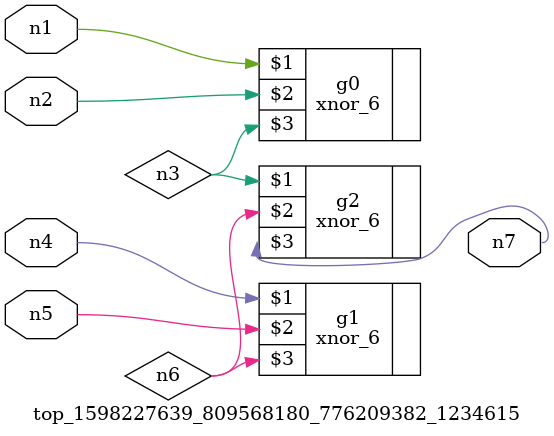
<source format=v>
module top_1598227639_809568180_776209382_1234615 (n1, n2, n4, n5, n7);
  input n1, n2, n4, n5;
  output n7;
  xnor_6 g0(n1,n2,n3);
  xnor_6 g1(n4,n5,n6);
  xnor_6 g2(n3,n6,n7);
endmodule

</source>
